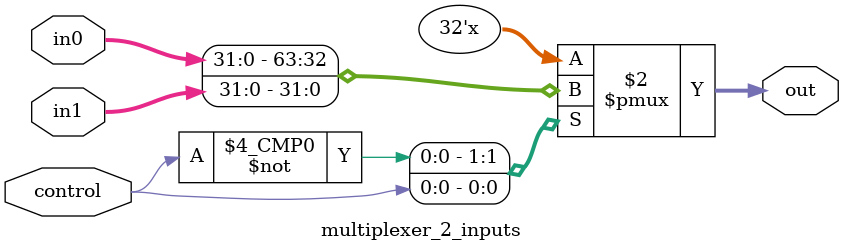
<source format=v>
module multiplexer_2_inputs (
    input [31:0] in0,    // 32-bit input 0
    input [31:0] in1,    // 32-bit input 1
    input control, // 1-bit control signal
    output reg [31:0] out // 32-bit output
);

    always @(*) begin
        case (control)
            2'b0: out = in0; // Select input 0
            2'b1: out = in1; // Select input 1
            default: out = 32'b0; // Default case to handle unexpected values
        endcase
    end

endmodule

</source>
